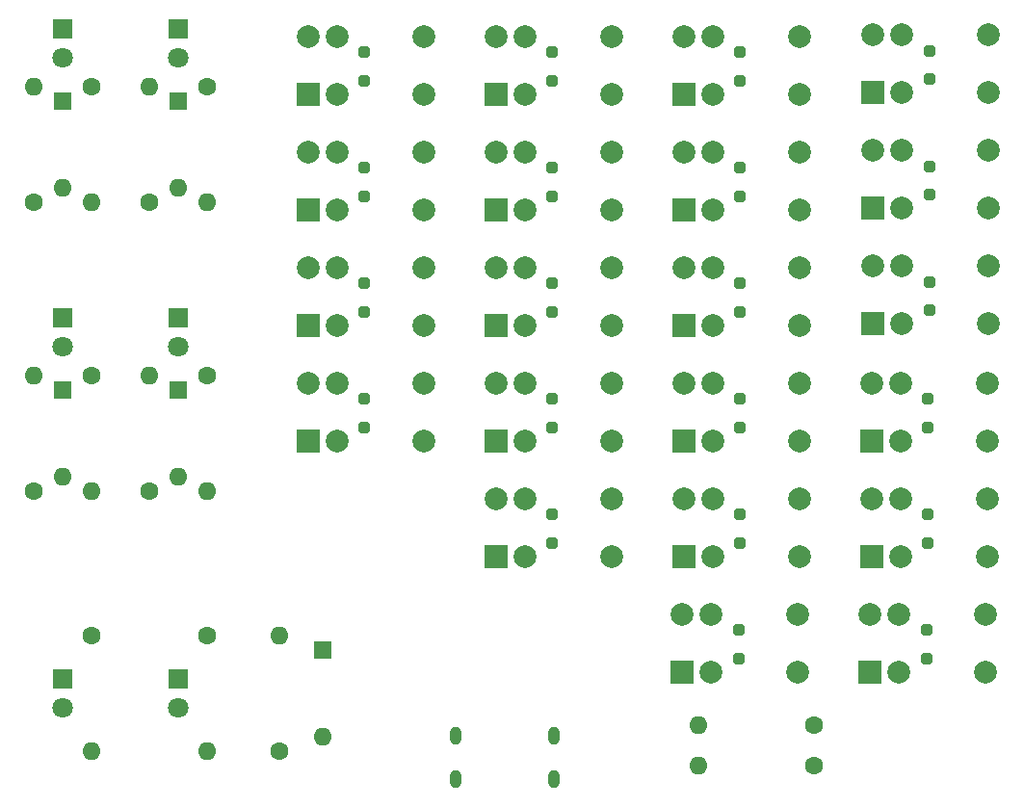
<source format=gbr>
%TF.GenerationSoftware,KiCad,Pcbnew,7.0.2*%
%TF.CreationDate,2023-05-28T17:25:48-07:00*%
%TF.ProjectId,relay-prototype,72656c61-792d-4707-926f-746f74797065,rev?*%
%TF.SameCoordinates,Original*%
%TF.FileFunction,Soldermask,Bot*%
%TF.FilePolarity,Negative*%
%FSLAX46Y46*%
G04 Gerber Fmt 4.6, Leading zero omitted, Abs format (unit mm)*
G04 Created by KiCad (PCBNEW 7.0.2) date 2023-05-28 17:25:48*
%MOMM*%
%LPD*%
G01*
G04 APERTURE LIST*
G04 Aperture macros list*
%AMRoundRect*
0 Rectangle with rounded corners*
0 $1 Rounding radius*
0 $2 $3 $4 $5 $6 $7 $8 $9 X,Y pos of 4 corners*
0 Add a 4 corners polygon primitive as box body*
4,1,4,$2,$3,$4,$5,$6,$7,$8,$9,$2,$3,0*
0 Add four circle primitives for the rounded corners*
1,1,$1+$1,$2,$3*
1,1,$1+$1,$4,$5*
1,1,$1+$1,$6,$7*
1,1,$1+$1,$8,$9*
0 Add four rect primitives between the rounded corners*
20,1,$1+$1,$2,$3,$4,$5,0*
20,1,$1+$1,$4,$5,$6,$7,0*
20,1,$1+$1,$6,$7,$8,$9,0*
20,1,$1+$1,$8,$9,$2,$3,0*%
G04 Aperture macros list end*
%ADD10RoundRect,0.500000X0.000000X-0.300000X0.000000X-0.300000X0.000000X0.300000X0.000000X0.300000X0*%
%ADD11R,2.000000X2.000000*%
%ADD12C,2.000000*%
%ADD13R,1.800000X1.800000*%
%ADD14C,1.800000*%
%ADD15R,1.600000X1.600000*%
%ADD16O,1.600000X1.600000*%
%ADD17C,1.600000*%
%ADD18RoundRect,0.250000X0.250000X-0.250000X0.250000X0.250000X-0.250000X0.250000X-0.250000X-0.250000X0*%
G04 APERTURE END LIST*
D10*
%TO.C,J1*%
X91810000Y-107518840D03*
X91810000Y-111318840D03*
X100450000Y-107518840D03*
X100450000Y-111318840D03*
%TD*%
D11*
%TO.C,K15*%
X78832600Y-61286190D03*
D12*
X81372600Y-61286190D03*
X88992600Y-61286190D03*
X88992600Y-56206190D03*
X81372600Y-56206190D03*
X78832600Y-56206190D03*
%TD*%
D13*
%TO.C,LED1*%
X67402600Y-45411190D03*
D14*
X67402600Y-47951190D03*
%TD*%
D11*
%TO.C,K20*%
X111730100Y-101926190D03*
D12*
X114270100Y-101926190D03*
X121890100Y-101926190D03*
X121890100Y-96846190D03*
X114270100Y-96846190D03*
X111730100Y-96846190D03*
%TD*%
D13*
%TO.C,LED3*%
X67402600Y-70811190D03*
D14*
X67402600Y-73351190D03*
%TD*%
D11*
%TO.C,K10*%
X111852600Y-51126190D03*
D12*
X114392600Y-51126190D03*
X122012600Y-51126190D03*
X122012600Y-46046190D03*
X114392600Y-46046190D03*
X111852600Y-46046190D03*
%TD*%
D13*
%TO.C,LED2*%
X57242600Y-45411190D03*
D14*
X57242600Y-47951190D03*
%TD*%
D11*
%TO.C,K11*%
X128362600Y-81606190D03*
D12*
X130902600Y-81606190D03*
X138522600Y-81606190D03*
X138522600Y-76526190D03*
X130902600Y-76526190D03*
X128362600Y-76526190D03*
%TD*%
D11*
%TO.C,K14*%
X128485100Y-50993690D03*
D12*
X131025100Y-50993690D03*
X138645100Y-50993690D03*
X138645100Y-45913690D03*
X131025100Y-45913690D03*
X128485100Y-45913690D03*
%TD*%
D13*
%TO.C,LED6*%
X57242600Y-102561190D03*
D14*
X57242600Y-105101190D03*
%TD*%
D13*
%TO.C,LED5*%
X67402600Y-102561190D03*
D14*
X67402600Y-105101190D03*
%TD*%
D15*
%TO.C,B0*%
X67402600Y-77161190D03*
D16*
X67402600Y-84781190D03*
%TD*%
D11*
%TO.C,K18*%
X78832600Y-81606190D03*
D12*
X81372600Y-81606190D03*
X88992600Y-81606190D03*
X88992600Y-76526190D03*
X81372600Y-76526190D03*
X78832600Y-76526190D03*
%TD*%
D11*
%TO.C,K3*%
X95342020Y-71446220D03*
D12*
X97882020Y-71446220D03*
X105502020Y-71446220D03*
X105502020Y-66366220D03*
X97882020Y-66366220D03*
X95342020Y-66366220D03*
%TD*%
D13*
%TO.C,LED4*%
X57242600Y-70811190D03*
D14*
X57242600Y-73351190D03*
%TD*%
D15*
%TO.C,A0*%
X67402600Y-51761190D03*
D16*
X67402600Y-59381190D03*
%TD*%
D11*
%TO.C,K7*%
X111852600Y-81606190D03*
D12*
X114392600Y-81606190D03*
X122012600Y-81606190D03*
X122012600Y-76526190D03*
X114392600Y-76526190D03*
X111852600Y-76526190D03*
%TD*%
D11*
%TO.C,K21*%
X128240100Y-101926190D03*
D12*
X130780100Y-101926190D03*
X138400100Y-101926190D03*
X138400100Y-96846190D03*
X130780100Y-96846190D03*
X128240100Y-96846190D03*
%TD*%
D11*
%TO.C,K19*%
X95342600Y-91766190D03*
D12*
X97882600Y-91766190D03*
X105502600Y-91766190D03*
X105502600Y-86686190D03*
X97882600Y-86686190D03*
X95342600Y-86686190D03*
%TD*%
D15*
%TO.C,A1*%
X57242600Y-51761190D03*
D16*
X57242600Y-59381190D03*
%TD*%
D11*
%TO.C,K12*%
X128485100Y-71313690D03*
D12*
X131025100Y-71313690D03*
X138645100Y-71313690D03*
X138645100Y-66233690D03*
X131025100Y-66233690D03*
X128485100Y-66233690D03*
%TD*%
D11*
%TO.C,K2*%
X95342020Y-81606025D03*
D12*
X97882020Y-81606025D03*
X105502020Y-81606025D03*
X105502020Y-76526025D03*
X97882020Y-76526025D03*
X95342020Y-76526025D03*
%TD*%
D11*
%TO.C,K13*%
X128485100Y-61153690D03*
D12*
X131025100Y-61153690D03*
X138645100Y-61153690D03*
X138645100Y-56073690D03*
X131025100Y-56073690D03*
X128485100Y-56073690D03*
%TD*%
D11*
%TO.C,K17*%
X78832600Y-71446190D03*
D12*
X81372600Y-71446190D03*
X88992600Y-71446190D03*
X88992600Y-66366190D03*
X81372600Y-66366190D03*
X78832600Y-66366190D03*
%TD*%
D11*
%TO.C,K8*%
X111852600Y-71446190D03*
D12*
X114392600Y-71446190D03*
X122012600Y-71446190D03*
X122012600Y-66366190D03*
X114392600Y-66366190D03*
X111852600Y-66366190D03*
%TD*%
D11*
%TO.C,K9*%
X111852600Y-61286190D03*
D12*
X114392600Y-61286190D03*
X122012600Y-61286190D03*
X122012600Y-56206190D03*
X114392600Y-56206190D03*
X111852600Y-56206190D03*
%TD*%
D15*
%TO.C,B1*%
X57242600Y-77161190D03*
D16*
X57242600Y-84781190D03*
%TD*%
D11*
%TO.C,K5*%
X95342020Y-51126610D03*
D12*
X97882020Y-51126610D03*
X105502020Y-51126610D03*
X105502020Y-46046610D03*
X97882020Y-46046610D03*
X95342020Y-46046610D03*
%TD*%
D11*
%TO.C,K6*%
X128362600Y-91766190D03*
D12*
X130902600Y-91766190D03*
X138522600Y-91766190D03*
X138522600Y-86686190D03*
X130902600Y-86686190D03*
X128362600Y-86686190D03*
%TD*%
D11*
%TO.C,K1*%
X111852020Y-91765830D03*
D12*
X114392020Y-91765830D03*
X122012020Y-91765830D03*
X122012020Y-86685830D03*
X114392020Y-86685830D03*
X111852020Y-86685830D03*
%TD*%
D11*
%TO.C,K16*%
X78832600Y-51126610D03*
D12*
X81372600Y-51126610D03*
X88992600Y-51126610D03*
X88992600Y-46046610D03*
X81372600Y-46046610D03*
X78832600Y-46046610D03*
%TD*%
D11*
%TO.C,K4*%
X95342020Y-61286415D03*
D12*
X97882020Y-61286415D03*
X105502020Y-61286415D03*
X105502020Y-56206415D03*
X97882020Y-56206415D03*
X95342020Y-56206415D03*
%TD*%
D15*
%TO.C,S1*%
X80102600Y-100021190D03*
D16*
X80102600Y-107641190D03*
%TD*%
D17*
%TO.C,RCC2*%
X123282600Y-106599790D03*
D16*
X113122600Y-106599790D03*
%TD*%
D17*
%TO.C,R2*%
X59782600Y-50491190D03*
D16*
X59782600Y-60651190D03*
%TD*%
D18*
%TO.C,D17*%
X83790100Y-70288690D03*
X83790100Y-67788690D03*
%TD*%
D17*
%TO.C,RCC1*%
X123282600Y-110181190D03*
D16*
X113122600Y-110181190D03*
%TD*%
D17*
%TO.C,R1*%
X69942600Y-50491190D03*
D16*
X69942600Y-60651190D03*
%TD*%
D17*
%TO.C,R9*%
X76292600Y-108911190D03*
D16*
X76292600Y-98751190D03*
%TD*%
D18*
%TO.C,D5*%
X100299520Y-49969110D03*
X100299520Y-47469110D03*
%TD*%
%TO.C,D11*%
X133320100Y-80448690D03*
X133320100Y-77948690D03*
%TD*%
%TO.C,D19*%
X100300100Y-90608690D03*
X100300100Y-88108690D03*
%TD*%
%TO.C,D13*%
X133442600Y-59996190D03*
X133442600Y-57496190D03*
%TD*%
D17*
%TO.C,R10*%
X69942600Y-98751190D03*
D16*
X69942600Y-108911190D03*
%TD*%
D18*
%TO.C,D18*%
X83790100Y-80448690D03*
X83790100Y-77948690D03*
%TD*%
D17*
%TO.C,R5*%
X64862600Y-60651190D03*
D16*
X64862600Y-50491190D03*
%TD*%
D18*
%TO.C,D15*%
X83790100Y-60128690D03*
X83790100Y-57628690D03*
%TD*%
D17*
%TO.C,R11*%
X59782600Y-98751190D03*
D16*
X59782600Y-108911190D03*
%TD*%
D18*
%TO.C,D21*%
X133197600Y-100768690D03*
X133197600Y-98268690D03*
%TD*%
D17*
%TO.C,R8*%
X54702600Y-86051190D03*
D16*
X54702600Y-75891190D03*
%TD*%
D18*
%TO.C,D3*%
X100299520Y-70288720D03*
X100299520Y-67788720D03*
%TD*%
%TO.C,D7*%
X116810100Y-80448690D03*
X116810100Y-77948690D03*
%TD*%
%TO.C,D14*%
X133442600Y-49836190D03*
X133442600Y-47336190D03*
%TD*%
%TO.C,D16*%
X83790100Y-49946610D03*
X83790100Y-47446610D03*
%TD*%
D17*
%TO.C,R3*%
X69942600Y-75891190D03*
D16*
X69942600Y-86051190D03*
%TD*%
D18*
%TO.C,D6*%
X133320100Y-90608690D03*
X133320100Y-88108690D03*
%TD*%
%TO.C,D12*%
X133442600Y-70156190D03*
X133442600Y-67656190D03*
%TD*%
%TO.C,D4*%
X100299520Y-60118915D03*
X100299520Y-57618915D03*
%TD*%
%TO.C,D2*%
X100299520Y-80448525D03*
X100299520Y-77948525D03*
%TD*%
%TO.C,D1*%
X116809520Y-90608330D03*
X116809520Y-88108330D03*
%TD*%
%TO.C,D10*%
X116810100Y-49968690D03*
X116810100Y-47468690D03*
%TD*%
D17*
%TO.C,R7*%
X64862600Y-86051190D03*
D16*
X64862600Y-75891190D03*
%TD*%
D18*
%TO.C,D8*%
X116810100Y-70288690D03*
X116810100Y-67788690D03*
%TD*%
%TO.C,D20*%
X116687600Y-100768690D03*
X116687600Y-98268690D03*
%TD*%
D17*
%TO.C,R6*%
X54702600Y-60651190D03*
D16*
X54702600Y-50491190D03*
%TD*%
D17*
%TO.C,R4*%
X59782600Y-75891190D03*
D16*
X59782600Y-86051190D03*
%TD*%
D18*
%TO.C,D9*%
X116810100Y-60128690D03*
X116810100Y-57628690D03*
%TD*%
M02*

</source>
